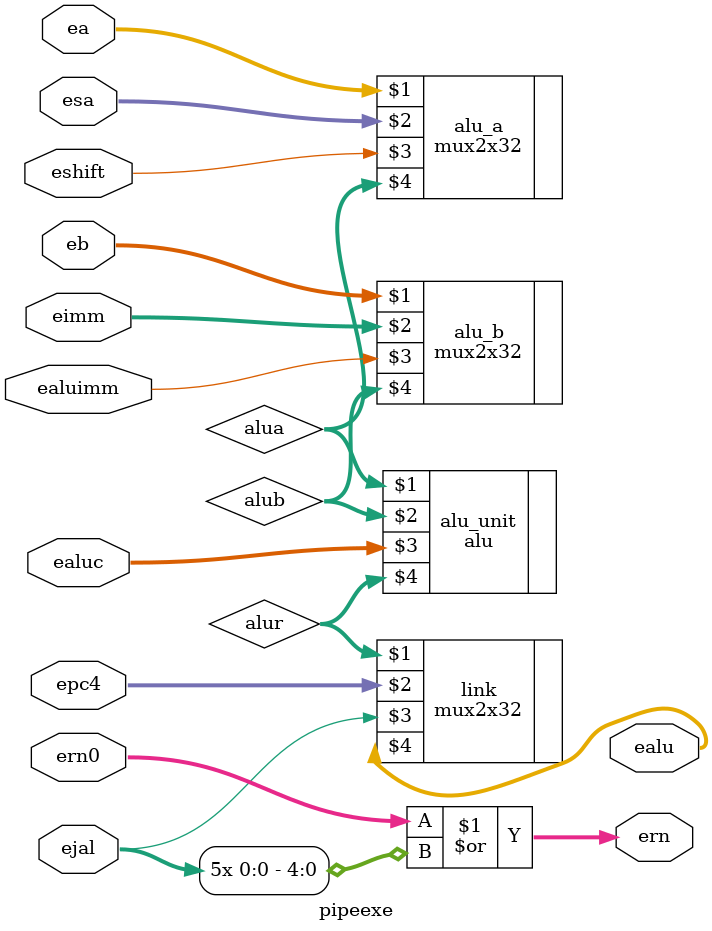
<source format=v>
module pipeexe(ealuc,ealuimm,ea,eb,eimm,esa,eshift,ern0,epc4,ejal,ern,ealu);
		 // ezero,ert,wrn,wdi,malu,wwreg
					
	input [3:0] ealuc;
	input [4:0] ern0;
	input [31:0] ea, eb, eimm, epc4, esa;
	input ealuimm, ejal, eshift;
	
	output [31:0] ealu;
	output [4:0] ern;
	
	wire [31:0] alua, alub, alur;
	
	//assign epc8 = epc4 + 4;
	
	mux2x32 alu_a(ea, esa, eshift, alua);
	mux2x32 alu_b(eb, eimm, ealuimm, alub);
	
	alu alu_unit(alua, alub, ealuc, alur);
	
	mux2x32 link(alur,epc4, ejal, ealu ); //
	
	assign ern = ern0 | {5{ejal}}; //判断是写入31号寄存器还是保持不变。

endmodule

	
	
</source>
